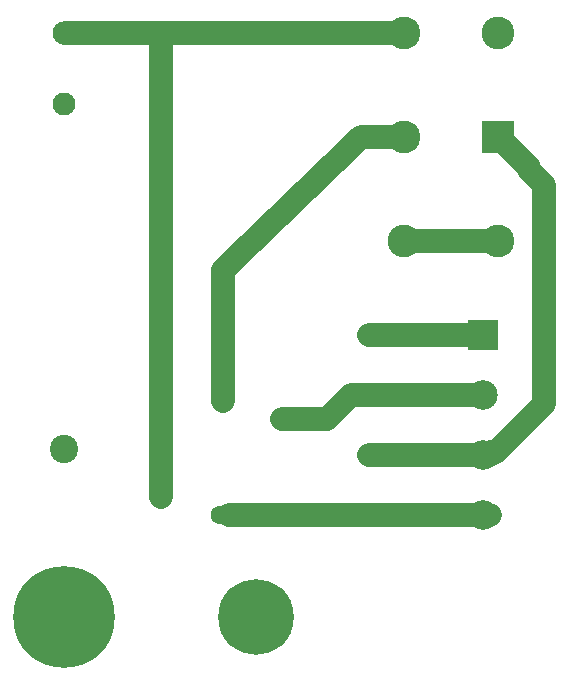
<source format=gbr>
%TF.GenerationSoftware,KiCad,Pcbnew,(5.1.6-0-10_14)*%
%TF.CreationDate,2020-08-18T22:59:50+01:00*%
%TF.ProjectId,IEC Power Entry,49454320-506f-4776-9572-20456e747279,1.0a*%
%TF.SameCoordinates,Original*%
%TF.FileFunction,Copper,L2,Bot*%
%TF.FilePolarity,Positive*%
%FSLAX46Y46*%
G04 Gerber Fmt 4.6, Leading zero omitted, Abs format (unit mm)*
G04 Created by KiCad (PCBNEW (5.1.6-0-10_14)) date 2020-08-18 22:59:50*
%MOMM*%
%LPD*%
G01*
G04 APERTURE LIST*
%TA.AperFunction,ComponentPad*%
%ADD10C,8.600000*%
%TD*%
%TA.AperFunction,ComponentPad*%
%ADD11C,6.400000*%
%TD*%
%TA.AperFunction,ComponentPad*%
%ADD12C,2.400000*%
%TD*%
%TA.AperFunction,ComponentPad*%
%ADD13C,1.950000*%
%TD*%
%TA.AperFunction,ComponentPad*%
%ADD14C,2.500000*%
%TD*%
%TA.AperFunction,ComponentPad*%
%ADD15R,2.500000X2.500000*%
%TD*%
%TA.AperFunction,ComponentPad*%
%ADD16C,1.600000*%
%TD*%
%TA.AperFunction,ComponentPad*%
%ADD17C,2.775000*%
%TD*%
%TA.AperFunction,ComponentPad*%
%ADD18R,2.775000X2.775000*%
%TD*%
%TA.AperFunction,Conductor*%
%ADD19C,2.000000*%
%TD*%
G04 APERTURE END LIST*
D10*
%TO.P,P1,1*%
%TO.N,Net-(P1-Pad1)*%
X128712800Y-127524000D03*
%TD*%
D11*
%TO.P,P2,1*%
%TO.N,Net-(P1-Pad1)*%
X144943800Y-127564100D03*
%TD*%
D12*
%TO.P,PowerEntry1,PE*%
%TO.N,Net-(P1-Pad1)*%
X128712800Y-113308100D03*
D13*
%TO.P,PowerEntry1,N*%
%TO.N,Net-(J1-Pad1)*%
X128712800Y-84108100D03*
%TO.P,PowerEntry1,L*%
%TO.N,Net-(PowerEntry1-PadL)*%
X128712800Y-78108100D03*
%TD*%
D14*
%TO.P,J1,4*%
%TO.N,Net-(J1-Pad4)*%
X164120800Y-118872100D03*
%TO.P,J1,3*%
%TO.N,Net-(J1-Pad3)*%
X164120800Y-113792100D03*
%TO.P,J1,2*%
%TO.N,Net-(J1-Pad2)*%
X164120800Y-108712100D03*
D15*
%TO.P,J1,1*%
%TO.N,Net-(J1-Pad1)*%
X164120800Y-103632100D03*
%TD*%
D16*
%TO.P,TH2,2*%
%TO.N,Net-(J1-Pad2)*%
X152968800Y-108695600D03*
%TO.P,TH2,1*%
%TO.N,Net-(J1-Pad1)*%
X154468800Y-103695600D03*
%TD*%
%TO.P,TH1,2*%
%TO.N,Net-(J1-Pad4)*%
X152968800Y-118792100D03*
%TO.P,TH1,1*%
%TO.N,Net-(J1-Pad3)*%
X154468800Y-113792100D03*
%TD*%
D17*
%TO.P,S1,2A*%
%TO.N,Net-(PowerEntry1-PadL)*%
X157453800Y-78068100D03*
%TO.P,S1,2*%
%TO.N,Net-(RRv2-Pad2)*%
X157453800Y-86868100D03*
%TO.P,S1,2B*%
%TO.N,Net-(S1-Pad1B)*%
X157453800Y-95668100D03*
%TO.P,S1,1B*%
X165453800Y-95668100D03*
D18*
%TO.P,S1,1*%
%TO.N,Net-(J1-Pad3)*%
X165453800Y-86868100D03*
D17*
%TO.P,S1,1A*%
%TO.N,Net-(J1-Pad1)*%
X165453800Y-78068100D03*
%TD*%
D16*
%TO.P,MOV,2*%
%TO.N,Net-(PowerEntry1-PadL)*%
X136895800Y-117372100D03*
%TO.P,MOV,1*%
%TO.N,Net-(J1-Pad4)*%
X141895800Y-118872100D03*
%TD*%
%TO.P,MOV,2*%
%TO.N,Net-(RRv2-Pad2)*%
X142102800Y-109244100D03*
%TO.P,MOV,1*%
%TO.N,Net-(J1-Pad2)*%
X147102800Y-110744100D03*
%TD*%
D19*
%TO.N,Net-(J1-Pad4)*%
X142657800Y-118872100D02*
X150023800Y-118872100D01*
X150047800Y-118919100D02*
X164708800Y-118919100D01*
%TO.N,Net-(J1-Pad3)*%
X165009800Y-113538100D02*
X164755800Y-113792100D01*
X165263800Y-113538100D02*
X164755800Y-113538100D01*
X169327800Y-109474100D02*
X165263800Y-113538100D01*
X169327800Y-90932100D02*
X169327800Y-109474100D01*
X168041301Y-89645601D02*
X169327800Y-90932100D01*
X168041301Y-89455601D02*
X168041301Y-89645601D01*
X165453800Y-86868100D02*
X168041301Y-89455601D01*
X154468800Y-113792100D02*
X164057300Y-113792100D01*
%TO.N,Net-(J1-Pad2)*%
X164120800Y-108712100D02*
X153008300Y-108712100D01*
X147102800Y-110744100D02*
X150976300Y-110744100D01*
X150976300Y-110744100D02*
X153008300Y-108712100D01*
%TO.N,Net-(J1-Pad1)*%
X154468800Y-103695600D02*
X164057300Y-103695600D01*
%TO.N,Net-(PowerEntry1-PadL)*%
X136979800Y-78068100D02*
X128777800Y-78068100D01*
X157453800Y-78068100D02*
X136979800Y-78068100D01*
X136895800Y-78152100D02*
X136979800Y-78068100D01*
X136895800Y-117372100D02*
X136895800Y-78152100D01*
%TO.N,Net-(RRv2-Pad2)*%
X153833800Y-86868100D02*
X142149800Y-98171100D01*
X142149800Y-98171100D02*
X142149800Y-109220100D01*
X157453800Y-86868100D02*
X153833800Y-86868100D01*
%TO.N,Net-(S1-Pad1B)*%
X157453800Y-95668100D02*
X165427800Y-95668100D01*
X165427800Y-95668100D02*
X165517800Y-95758100D01*
%TD*%
M02*

</source>
